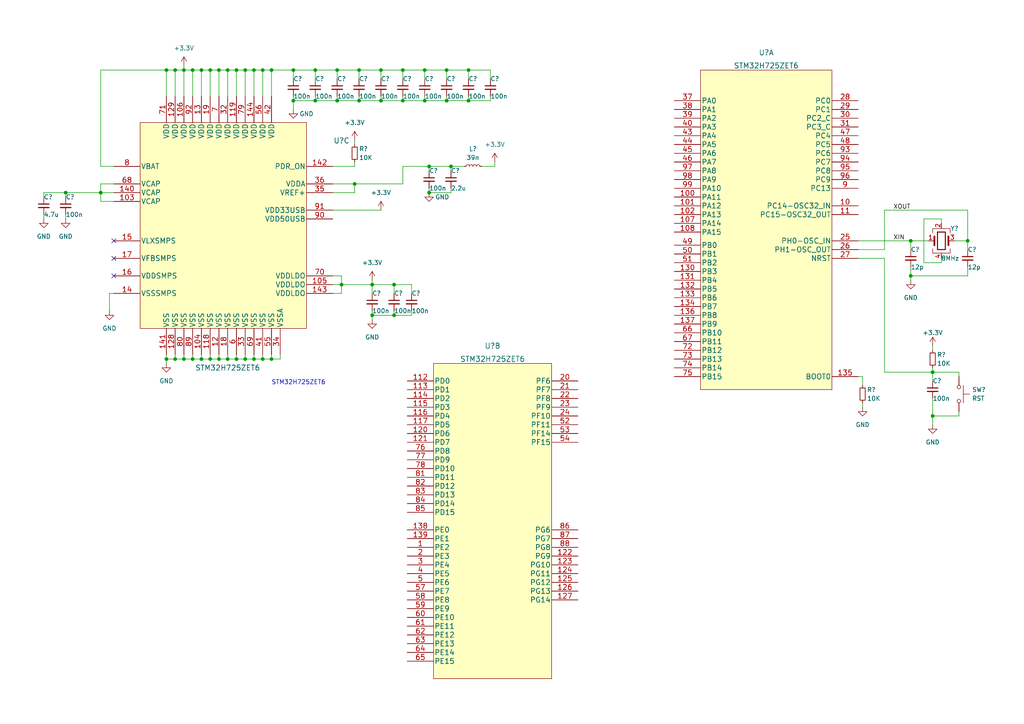
<source format=kicad_sch>
(kicad_sch (version 20211123) (generator eeschema)
  (paper "A4")
  (lib_symbols
    (symbol "Device:C_Small" (pin_numbers hide) (pin_names (offset 0.254) hide)
      (property "Reference" "C" (at 0.254 1.778 0))
      (property "Value" "C_Small" (at 0.254 -2.032 0))
      (symbol "C_Small_0_1"
        (polyline (pts (xy -1.524 -0.508) (xy 1.524 -0.508)) (stroke (width 0.3302)))
        (polyline (pts (xy -1.524 0.508) (xy 1.524 0.508)) (stroke (width 0.3048)))
      )
      (symbol "C_Small_1_1"
        (pin passive line (at 0 2.54 270) (length 2.032) (name "~") (number "1"))
        (pin passive line (at 0 -2.54 90) (length 2.032) (name "~") (number "2"))
      )
    )
    (symbol "Device:Crystal_GND24" (pin_names (offset 1.016) hide)
      (property "Reference" "Y" (at 3.175 5.08 0))
      (property "Value" "Crystal_GND24" (at 3.175 3.175 0))
      (symbol "Crystal_GND24_0_1"
        (rectangle (start -1.143 2.54) (end 1.143 -2.54) (stroke (width 0.3048)))
        (polyline (pts (xy -2.54 0) (xy -2.032 0)))
        (polyline (pts (xy -2.032 -1.27) (xy -2.032 1.27)) (stroke (width 0.508)))
        (polyline (pts (xy 0 -3.81) (xy 0 -3.556)))
        (polyline (pts (xy 0 3.556) (xy 0 3.81)))
        (polyline (pts (xy 2.032 -1.27) (xy 2.032 1.27)) (stroke (width 0.508)))
        (polyline (pts (xy 2.032 0) (xy 2.54 0)))
        (polyline (pts (xy -2.54 -2.286) (xy -2.54 -3.556) (xy 2.54 -3.556) (xy 2.54 -2.286)))
        (polyline (pts (xy -2.54 2.286) (xy -2.54 3.556) (xy 2.54 3.556) (xy 2.54 2.286)))
      )
      (symbol "Crystal_GND24_1_1"
        (pin passive line (at -3.81 0 0) (length 1.27) (name "1") (number "1"))
        (pin passive line (at 0 5.08 270) (length 1.27) (name "2") (number "2"))
        (pin passive line (at 3.81 0 180) (length 1.27) (name "3") (number "3"))
        (pin passive line (at 0 -5.08 90) (length 1.27) (name "4") (number "4"))
      )
    )
    (symbol "Device:L_Small" (pin_numbers hide) (pin_names (offset 0.254) hide)
      (property "Reference" "L" (at 0.762 1.016 0))
      (property "Value" "L_Small" (at 0.762 -1.016 0))
      (symbol "L_Small_0_1"
        (arc (start 0 -2.032) (mid 0.508 -1.524) (end 0 -1.016))
        (arc (start 0 -1.016) (mid 0.508 -0.508) (end 0 0))
        (arc (start 0 0) (mid 0.508 0.508) (end 0 1.016))
        (arc (start 0 1.016) (mid 0.508 1.524) (end 0 2.032))
      )
      (symbol "L_Small_1_1"
        (pin passive line (at 0 2.54 270) (length 0.508) (name "~") (number "1"))
        (pin passive line (at 0 -2.54 90) (length 0.508) (name "~") (number "2"))
      )
    )
    (symbol "Device:R_Small" (pin_numbers hide) (pin_names (offset 0.254) hide)
      (property "Reference" "R" (at 0.762 0.508 0))
      (property "Value" "R_Small" (at 0.762 -1.016 0))
      (symbol "R_Small_0_1"
        (rectangle (start -0.762 1.778) (end 0.762 -1.778) (stroke (width 0.2032)))
      )
      (symbol "R_Small_1_1"
        (pin passive line (at 0 2.54 270) (length 0.762) (name "~") (number "1"))
        (pin passive line (at 0 -2.54 90) (length 0.762) (name "~") (number "2"))
      )
    )
    (symbol "GND_1" (power) (pin_names (offset 0))
      (property "Value" "GND_1" (at 0 -3.81 0))
      (symbol "GND_1_0_1"
        (polyline (pts (xy 0 0) (xy 0 -1.27) (xy 1.27 -1.27) (xy 0 -2.54) (xy -1.27 -1.27) (xy 0 -1.27)))
      )
      (symbol "GND_1_1_1"
        (pin power_in line (at 0 0 270) (length 0) hide (name "GND") (number "1"))
      )
    )
    (symbol "LibraryAudioBoard:STM32H725ZET6" (pin_names (offset 0.254))
      (property "Reference" "U" (at 7.62 17.78 0))
      (property "Value" "STM32H725ZET6" (at -29.21 3.81 0))
      (symbol "STM32H725ZET6_1_1"
        (rectangle (start -17.78 1.27) (end 20.32 -91.44) (fill (type background)))
        (pin bidirectional line (at 27.94 -38.1 180) (length 7.62) (name "PC14-OSC32_IN") (number "10"))
        (pin bidirectional line (at -25.4 -35.56 0) (length 7.62) (name "PA11") (number "100"))
        (pin bidirectional line (at -25.4 -38.1 0) (length 7.62) (name "PA12") (number "101"))
        (pin bidirectional line (at -25.4 -40.64 0) (length 7.62) (name "PA13") (number "102"))
        (pin bidirectional line (at -25.4 -43.18 0) (length 7.62) (name "PA14") (number "107"))
        (pin bidirectional line (at -25.4 -45.72 0) (length 7.62) (name "PA15") (number "108"))
        (pin output line (at 27.94 -40.64 180) (length 7.62) (name "PC15-OSC32_OUT") (number "11"))
        (pin bidirectional line (at -25.4 -57.15 0) (length 7.62) (name "PB3") (number "130"))
        (pin bidirectional line (at -25.4 -59.69 0) (length 7.62) (name "PB4") (number "131"))
        (pin bidirectional line (at -25.4 -62.23 0) (length 7.62) (name "PB5") (number "132"))
        (pin bidirectional line (at -25.4 -64.77 0) (length 7.62) (name "PB6") (number "133"))
        (pin bidirectional line (at -25.4 -67.31 0) (length 7.62) (name "PB7") (number "134"))
        (pin unspecified line (at 27.94 -87.63 180) (length 7.62) (name "BOOT0") (number "135"))
        (pin bidirectional line (at -25.4 -69.85 0) (length 7.62) (name "PB8") (number "136"))
        (pin bidirectional line (at -25.4 -72.39 0) (length 7.62) (name "PB9") (number "137"))
        (pin bidirectional line (at 27.94 -48.26 180) (length 7.62) (name "PH0-OSC_IN") (number "25"))
        (pin output line (at 27.94 -50.8 180) (length 7.62) (name "PH1-OSC_OUT") (number "26"))
        (pin unspecified line (at 27.94 -53.34 180) (length 7.62) (name "NRST") (number "27"))
        (pin bidirectional line (at 27.94 -7.62 180) (length 7.62) (name "PC0") (number "28"))
        (pin bidirectional line (at 27.94 -10.16 180) (length 7.62) (name "PC1") (number "29"))
        (pin bidirectional line (at 27.94 -12.7 180) (length 7.62) (name "PC2_C") (number "30"))
        (pin bidirectional line (at 27.94 -15.24 180) (length 7.62) (name "PC3_C") (number "31"))
        (pin bidirectional line (at -25.4 -7.62 0) (length 7.62) (name "PA0") (number "37"))
        (pin bidirectional line (at -25.4 -10.16 0) (length 7.62) (name "PA1") (number "38"))
        (pin bidirectional line (at -25.4 -12.7 0) (length 7.62) (name "PA2") (number "39"))
        (pin bidirectional line (at -25.4 -15.24 0) (length 7.62) (name "PA3") (number "40"))
        (pin bidirectional line (at -25.4 -17.78 0) (length 7.62) (name "PA4") (number "43"))
        (pin bidirectional line (at -25.4 -20.32 0) (length 7.62) (name "PA5") (number "44"))
        (pin bidirectional line (at -25.4 -22.86 0) (length 7.62) (name "PA6") (number "45"))
        (pin bidirectional line (at -25.4 -25.4 0) (length 7.62) (name "PA7") (number "46"))
        (pin bidirectional line (at 27.94 -17.78 180) (length 7.62) (name "PC4") (number "47"))
        (pin bidirectional line (at 27.94 -20.32 180) (length 7.62) (name "PC5") (number "48"))
        (pin bidirectional line (at -25.4 -49.53 0) (length 7.62) (name "PB0") (number "49"))
        (pin bidirectional line (at -25.4 -52.07 0) (length 7.62) (name "PB1") (number "50"))
        (pin bidirectional line (at -25.4 -54.61 0) (length 7.62) (name "PB2") (number "51"))
        (pin bidirectional line (at -25.4 -74.93 0) (length 7.62) (name "PB10") (number "66"))
        (pin bidirectional line (at -25.4 -77.47 0) (length 7.62) (name "PB11") (number "67"))
        (pin bidirectional line (at -25.4 -80.01 0) (length 7.62) (name "PB12") (number "72"))
        (pin bidirectional line (at -25.4 -82.55 0) (length 7.62) (name "PB13") (number "73"))
        (pin bidirectional line (at -25.4 -85.09 0) (length 7.62) (name "PB14") (number "74"))
        (pin bidirectional line (at -25.4 -87.63 0) (length 7.62) (name "PB15") (number "75"))
        (pin bidirectional line (at 27.94 -33.02 180) (length 7.62) (name "PC13") (number "9"))
        (pin bidirectional line (at 27.94 -22.86 180) (length 7.62) (name "PC6") (number "93"))
        (pin bidirectional line (at 27.94 -25.4 180) (length 7.62) (name "PC7") (number "94"))
        (pin bidirectional line (at 27.94 -27.94 180) (length 7.62) (name "PC8") (number "95"))
        (pin bidirectional line (at 27.94 -30.48 180) (length 7.62) (name "PC9") (number "96"))
        (pin bidirectional line (at -25.4 -27.94 0) (length 7.62) (name "PA8") (number "97"))
        (pin bidirectional line (at -25.4 -30.48 0) (length 7.62) (name "PA9") (number "98"))
        (pin bidirectional line (at -25.4 -33.02 0) (length 7.62) (name "PA10") (number "99"))
      )
      (symbol "STM32H725ZET6_2_1"
        (rectangle (start -17.78 0) (end 16.51 -91.44) (fill (type background)))
        (pin bidirectional line (at -25.4 -53.34 0) (length 7.62) (name "PE2") (number "1"))
        (pin bidirectional line (at -25.4 -5.08 0) (length 7.62) (name "PD0") (number "112"))
        (pin bidirectional line (at -25.4 -7.62 0) (length 7.62) (name "PD1") (number "113"))
        (pin bidirectional line (at -25.4 -10.16 0) (length 7.62) (name "PD2") (number "114"))
        (pin bidirectional line (at -25.4 -12.7 0) (length 7.62) (name "PD3") (number "115"))
        (pin bidirectional line (at -25.4 -15.24 0) (length 7.62) (name "PD4") (number "116"))
        (pin bidirectional line (at -25.4 -17.78 0) (length 7.62) (name "PD5") (number "117"))
        (pin bidirectional line (at -25.4 -20.32 0) (length 7.62) (name "PD6") (number "120"))
        (pin bidirectional line (at -25.4 -22.86 0) (length 7.62) (name "PD7") (number "121"))
        (pin bidirectional line (at 24.13 -55.88 180) (length 7.62) (name "PG9") (number "122"))
        (pin bidirectional line (at 24.13 -58.42 180) (length 7.62) (name "PG10") (number "123"))
        (pin bidirectional line (at 24.13 -60.96 180) (length 7.62) (name "PG11") (number "124"))
        (pin bidirectional line (at 24.13 -63.5 180) (length 7.62) (name "PG12") (number "125"))
        (pin bidirectional line (at 24.13 -66.04 180) (length 7.62) (name "PG13") (number "126"))
        (pin bidirectional line (at 24.13 -68.58 180) (length 7.62) (name "PG14") (number "127"))
        (pin bidirectional line (at -25.4 -48.26 0) (length 7.62) (name "PE0") (number "138"))
        (pin bidirectional line (at -25.4 -50.8 0) (length 7.62) (name "PE1") (number "139"))
        (pin bidirectional line (at -25.4 -55.88 0) (length 7.62) (name "PE3") (number "2"))
        (pin bidirectional line (at 24.13 -5.08 180) (length 7.62) (name "PF6") (number "20"))
        (pin bidirectional line (at 24.13 -7.62 180) (length 7.62) (name "PF7") (number "21"))
        (pin bidirectional line (at 24.13 -10.16 180) (length 7.62) (name "PF8") (number "22"))
        (pin bidirectional line (at 24.13 -12.7 180) (length 7.62) (name "PF9") (number "23"))
        (pin bidirectional line (at 24.13 -15.24 180) (length 7.62) (name "PF10") (number "24"))
        (pin bidirectional line (at -25.4 -58.42 0) (length 7.62) (name "PE4") (number "3"))
        (pin bidirectional line (at -25.4 -60.96 0) (length 7.62) (name "PE5") (number "4"))
        (pin bidirectional line (at -25.4 -63.5 0) (length 7.62) (name "PE6") (number "5"))
        (pin bidirectional line (at 24.13 -17.78 180) (length 7.62) (name "PF11") (number "52"))
        (pin bidirectional line (at 24.13 -20.32 180) (length 7.62) (name "PF14") (number "53"))
        (pin bidirectional line (at 24.13 -22.86 180) (length 7.62) (name "PF15") (number "54"))
        (pin bidirectional line (at -25.4 -66.04 0) (length 7.62) (name "PE7") (number "57"))
        (pin bidirectional line (at -25.4 -68.58 0) (length 7.62) (name "PE8") (number "58"))
        (pin bidirectional line (at -25.4 -71.12 0) (length 7.62) (name "PE9") (number "59"))
        (pin bidirectional line (at -25.4 -73.66 0) (length 7.62) (name "PE10") (number "60"))
        (pin bidirectional line (at -25.4 -76.2 0) (length 7.62) (name "PE11") (number "61"))
        (pin bidirectional line (at -25.4 -78.74 0) (length 7.62) (name "PE12") (number "62"))
        (pin bidirectional line (at -25.4 -81.28 0) (length 7.62) (name "PE13") (number "63"))
        (pin bidirectional line (at -25.4 -83.82 0) (length 7.62) (name "PE14") (number "64"))
        (pin bidirectional line (at -25.4 -86.36 0) (length 7.62) (name "PE15") (number "65"))
        (pin bidirectional line (at -25.4 -25.4 0) (length 7.62) (name "PD8") (number "76"))
        (pin bidirectional line (at -25.4 -27.94 0) (length 7.62) (name "PD9") (number "77"))
        (pin bidirectional line (at -25.4 -30.48 0) (length 7.62) (name "PD10") (number "78"))
        (pin bidirectional line (at -25.4 -33.02 0) (length 7.62) (name "PD11") (number "81"))
        (pin bidirectional line (at -25.4 -35.56 0) (length 7.62) (name "PD12") (number "82"))
        (pin bidirectional line (at -25.4 -38.1 0) (length 7.62) (name "PD13") (number "83"))
        (pin bidirectional line (at -25.4 -40.64 0) (length 7.62) (name "PD14") (number "84"))
        (pin bidirectional line (at -25.4 -43.18 0) (length 7.62) (name "PD15") (number "85"))
        (pin bidirectional line (at 24.13 -48.26 180) (length 7.62) (name "PG6") (number "86"))
        (pin bidirectional line (at 24.13 -50.8 180) (length 7.62) (name "PG7") (number "87"))
        (pin bidirectional line (at 24.13 -53.34 180) (length 7.62) (name "PG8") (number "88"))
      )
      (symbol "STM32H725ZET6_3_1"
        (rectangle (start -25.4 1.27) (end 22.86 -58.42) (fill (type background)))
        (pin unspecified line (at -33.02 -21.59 0) (length 7.62) (name "VCAP") (number "103"))
        (pin power_in line (at -7.62 -66.04 90) (length 7.62) (name "VSS") (number "104"))
        (pin power_in line (at 30.48 -45.72 180) (length 7.62) (name "VDDLDO") (number "105"))
        (pin power_in line (at -12.7 8.89 270) (length 7.62) (name "VDD") (number "106"))
        (pin power_in line (at -5.08 -66.04 90) (length 7.62) (name "VSS") (number "118"))
        (pin power_in line (at 2.54 8.89 270) (length 7.62) (name "VDD") (number "119"))
        (pin power_in line (at -2.54 -66.04 90) (length 7.62) (name "VSS") (number "12"))
        (pin power_in line (at -15.24 -66.04 90) (length 7.62) (name "VSS") (number "128"))
        (pin power_in line (at -15.24 8.89 270) (length 7.62) (name "VDD") (number "129"))
        (pin power_in line (at -7.62 8.89 270) (length 7.62) (name "VDD") (number "13"))
        (pin power_in line (at -33.02 -48.26 0) (length 7.62) (name "VSSSMPS") (number "14"))
        (pin unspecified line (at -33.02 -19.05 0) (length 7.62) (name "VCAP") (number "140"))
        (pin power_in line (at -17.78 -66.04 90) (length 7.62) (name "VSS") (number "141"))
        (pin unspecified line (at 30.48 -11.43 180) (length 7.62) (name "PDR_ON") (number "142"))
        (pin power_in line (at 30.48 -48.26 180) (length 7.62) (name "VDDLDO") (number "143"))
        (pin power_in line (at 7.62 8.89 270) (length 7.62) (name "VDD") (number "144"))
        (pin unspecified line (at -33.02 -33.02 0) (length 7.62) (name "VLXSMPS") (number "15"))
        (pin power_in line (at -33.02 -43.18 0) (length 7.62) (name "VDDSMPS") (number "16"))
        (pin unspecified line (at -33.02 -38.1 0) (length 7.62) (name "VFBSMPS") (number "17"))
        (pin power_in line (at 0 -66.04 90) (length 7.62) (name "VSS") (number "18"))
        (pin power_in line (at -5.08 8.89 270) (length 7.62) (name "VDD") (number "19"))
        (pin power_in line (at 0 8.89 270) (length 7.62) (name "VDD") (number "32"))
        (pin power_in line (at 5.08 -66.04 90) (length 7.62) (name "VSS") (number "33"))
        (pin power_in line (at 15.24 -66.04 90) (length 7.62) (name "VSSA") (number "34"))
        (pin power_in line (at 30.48 -19.05 180) (length 7.62) (name "VREF+") (number "35"))
        (pin power_in line (at 30.48 -16.51 180) (length 7.62) (name "VDDA") (number "36"))
        (pin power_in line (at 10.16 -66.04 90) (length 7.62) (name "VSS") (number "41"))
        (pin power_in line (at 12.7 8.89 270) (length 7.62) (name "VDD") (number "42"))
        (pin power_in line (at 12.7 -66.04 90) (length 7.62) (name "VSS") (number "55"))
        (pin power_in line (at 10.16 8.89 270) (length 7.62) (name "VDD") (number "56"))
        (pin power_in line (at 2.54 -66.04 90) (length 7.62) (name "VSS") (number "6"))
        (pin unspecified line (at -33.02 -16.51 0) (length 7.62) (name "VCAP") (number "68"))
        (pin power_in line (at 7.62 -66.04 90) (length 7.62) (name "VSS") (number "69"))
        (pin power_in line (at -2.54 8.89 270) (length 7.62) (name "VDD") (number "7"))
        (pin power_in line (at 30.48 -43.18 180) (length 7.62) (name "VDDLDO") (number "70"))
        (pin power_in line (at -17.78 8.89 270) (length 7.62) (name "VDD") (number "71"))
        (pin power_in line (at 5.08 8.89 270) (length 7.62) (name "VDD") (number "79"))
        (pin unspecified line (at -33.02 -11.43 0) (length 7.62) (name "VBAT") (number "8"))
        (pin power_in line (at -12.7 -66.04 90) (length 7.62) (name "VSS") (number "80"))
        (pin power_in line (at -10.16 -66.04 90) (length 7.62) (name "VSS") (number "89"))
        (pin power_in line (at 30.48 -26.67 180) (length 7.62) (name "VDD50USB") (number "90"))
        (pin power_in line (at 30.48 -24.13 180) (length 7.62) (name "VDD33USB") (number "91"))
        (pin power_in line (at -10.16 8.89 270) (length 7.62) (name "VDD") (number "92"))
      )
    )
    (symbol "Switch:SW_Push" (pin_numbers hide) (pin_names (offset 1.016) hide)
      (property "Reference" "SW" (at 1.27 2.54 0))
      (property "Value" "SW_Push" (at 0 -1.524 0))
      (symbol "SW_Push_0_1"
        (circle (center -2.032 0) (radius 0.508))
        (polyline (pts (xy 0 1.27) (xy 0 3.048)))
        (polyline (pts (xy 2.54 1.27) (xy -2.54 1.27)))
        (circle (center 2.032 0) (radius 0.508))
        (pin passive line (at -5.08 0 0) (length 2.54) (name "1") (number "1"))
        (pin passive line (at 5.08 0 180) (length 2.54) (name "2") (number "2"))
      )
    )
    (symbol "power:+3.3V" (power) (pin_names (offset 0))
      (property "Value" "+3.3V" (at 0 3.556 0))
      (symbol "+3.3V_0_1"
        (polyline (pts (xy -0.762 1.27) (xy 0 2.54)))
        (polyline (pts (xy 0 0) (xy 0 2.54)))
        (polyline (pts (xy 0 2.54) (xy 0.762 1.27)))
      )
      (symbol "+3.3V_1_1"
        (pin power_in line (at 0 0 90) (length 0) hide (name "+3.3V") (number "1"))
      )
    )
  )
  (junction (at 58.42 104.14))
  (junction (at 53.34 20.32))
  (junction (at 29.21 55.88))
  (junction (at 50.8 20.32))
  (junction (at 91.44 29.21))
  (junction (at 123.19 29.21))
  (junction (at 270.51 120.65))
  (junction (at 66.04 104.14))
  (junction (at 50.8 104.14))
  (junction (at 114.3 91.44))
  (junction (at 68.58 104.14))
  (junction (at 63.5 20.32))
  (junction (at 73.66 104.14))
  (junction (at 135.89 29.21))
  (junction (at 97.79 29.21))
  (junction (at 63.5 104.14))
  (junction (at 116.84 20.32))
  (junction (at 55.88 104.14))
  (junction (at 130.81 48.26))
  (junction (at 107.95 82.55))
  (junction (at 76.2 104.14))
  (junction (at 129.54 20.32))
  (junction (at 78.74 104.14))
  (junction (at 270.51 107.95))
  (junction (at 91.44 20.32))
  (junction (at 66.04 20.32))
  (junction (at 104.14 20.32))
  (junction (at 78.74 20.32))
  (junction (at 19.05 55.88))
  (junction (at 280.67 69.85))
  (junction (at 71.12 104.14))
  (junction (at 55.88 20.32))
  (junction (at 107.95 91.44))
  (junction (at 124.46 48.26))
  (junction (at 60.96 20.32))
  (junction (at 124.46 55.88))
  (junction (at 73.66 20.32))
  (junction (at 116.84 29.21))
  (junction (at 60.96 104.14))
  (junction (at 48.26 20.32))
  (junction (at 53.34 104.14))
  (junction (at 264.16 69.85))
  (junction (at 85.09 20.32))
  (junction (at 97.79 20.32))
  (junction (at 58.42 20.32))
  (junction (at 76.2 20.32))
  (junction (at 135.89 20.32))
  (junction (at 110.49 20.32))
  (junction (at 110.49 29.21))
  (junction (at 99.06 82.55))
  (junction (at 102.87 53.34))
  (junction (at 85.09 29.21))
  (junction (at 104.14 29.21))
  (junction (at 71.12 20.32))
  (junction (at 129.54 29.21))
  (junction (at 68.58 20.32))
  (junction (at 48.26 104.14))
  (junction (at 264.16 80.01))
  (junction (at 123.19 20.32))
  (junction (at 114.3 82.55))
  (no_connect (at 33.02 74.93))
  (no_connect (at 33.02 69.85))
  (no_connect (at 33.02 80.01))
  (wire (pts (xy 270.51 115.57) (xy 270.51 120.65)))
  (wire (pts (xy 104.14 20.32) (xy 104.14 22.86)))
  (wire (pts (xy 58.42 104.14) (xy 60.96 104.14)))
  (wire (pts (xy 250.19 116.84) (xy 250.19 118.11)))
  (wire (pts (xy 71.12 20.32) (xy 71.12 27.94)))
  (wire (pts (xy 123.19 29.21) (xy 129.54 29.21)))
  (wire (pts (xy 116.84 29.21) (xy 123.19 29.21)))
  (wire (pts (xy 99.06 82.55) (xy 107.95 82.55)))
  (wire (pts (xy 264.16 69.85) (xy 269.24 69.85)))
  (wire (pts (xy 76.2 20.32) (xy 76.2 27.94)))
  (wire (pts (xy 85.09 22.86) (xy 85.09 20.32)))
  (wire (pts (xy 73.66 104.14) (xy 76.2 104.14)))
  (wire (pts (xy 96.52 85.09) (xy 99.06 85.09)))
  (wire (pts (xy 116.84 20.32) (xy 123.19 20.32)))
  (wire (pts (xy 96.52 53.34) (xy 102.87 53.34)))
  (wire (pts (xy 273.05 64.77) (xy 273.05 63.5)))
  (wire (pts (xy 96.52 60.96) (xy 110.49 60.96)))
  (wire (pts (xy 66.04 102.87) (xy 66.04 104.14)))
  (wire (pts (xy 33.02 48.26) (xy 29.21 48.26)))
  (wire (pts (xy 270.51 107.95) (xy 270.51 110.49)))
  (wire (pts (xy 107.95 91.44) (xy 114.3 91.44)))
  (wire (pts (xy 143.51 48.26) (xy 139.7 48.26)))
  (wire (pts (xy 130.81 54.61) (xy 130.81 55.88)))
  (wire (pts (xy 280.67 60.96) (xy 280.67 69.85)))
  (wire (pts (xy 256.54 72.39) (xy 256.54 60.96)))
  (wire (pts (xy 96.52 48.26) (xy 102.87 48.26)))
  (wire (pts (xy 114.3 82.55) (xy 107.95 82.55)))
  (wire (pts (xy 107.95 82.55) (xy 107.95 81.28)))
  (wire (pts (xy 53.34 102.87) (xy 53.34 104.14)))
  (wire (pts (xy 60.96 20.32) (xy 60.96 27.94)))
  (wire (pts (xy 116.84 48.26) (xy 124.46 48.26)))
  (wire (pts (xy 280.67 77.47) (xy 280.67 80.01)))
  (wire (pts (xy 33.02 58.42) (xy 29.21 58.42)))
  (wire (pts (xy 68.58 20.32) (xy 71.12 20.32)))
  (wire (pts (xy 96.52 82.55) (xy 99.06 82.55)))
  (wire (pts (xy 276.86 69.85) (xy 280.67 69.85)))
  (wire (pts (xy 29.21 55.88) (xy 33.02 55.88)))
  (wire (pts (xy 250.19 109.22) (xy 248.92 109.22)))
  (wire (pts (xy 142.24 22.86) (xy 142.24 20.32)))
  (wire (pts (xy 110.49 20.32) (xy 116.84 20.32)))
  (wire (pts (xy 71.12 102.87) (xy 71.12 104.14)))
  (wire (pts (xy 85.09 29.21) (xy 85.09 31.75)))
  (wire (pts (xy 60.96 102.87) (xy 60.96 104.14)))
  (wire (pts (xy 85.09 20.32) (xy 78.74 20.32)))
  (wire (pts (xy 97.79 20.32) (xy 97.79 22.86)))
  (wire (pts (xy 270.51 100.33) (xy 270.51 101.6)))
  (wire (pts (xy 142.24 20.32) (xy 135.89 20.32)))
  (wire (pts (xy 66.04 20.32) (xy 66.04 27.94)))
  (wire (pts (xy 104.14 20.32) (xy 110.49 20.32)))
  (wire (pts (xy 119.38 85.09) (xy 119.38 82.55)))
  (wire (pts (xy 53.34 19.05) (xy 53.34 20.32)))
  (wire (pts (xy 124.46 54.61) (xy 124.46 55.88)))
  (wire (pts (xy 135.89 29.21) (xy 142.24 29.21)))
  (wire (pts (xy 12.7 62.23) (xy 12.7 63.5)))
  (wire (pts (xy 116.84 20.32) (xy 116.84 22.86)))
  (wire (pts (xy 119.38 90.17) (xy 119.38 91.44)))
  (wire (pts (xy 97.79 27.94) (xy 97.79 29.21)))
  (wire (pts (xy 135.89 20.32) (xy 129.54 20.32)))
  (wire (pts (xy 248.92 69.85) (xy 264.16 69.85)))
  (wire (pts (xy 123.19 20.32) (xy 123.19 22.86)))
  (wire (pts (xy 135.89 27.94) (xy 135.89 29.21)))
  (wire (pts (xy 63.5 20.32) (xy 66.04 20.32)))
  (wire (pts (xy 264.16 77.47) (xy 264.16 80.01)))
  (wire (pts (xy 130.81 48.26) (xy 134.62 48.26)))
  (wire (pts (xy 114.3 90.17) (xy 114.3 91.44)))
  (wire (pts (xy 97.79 20.32) (xy 104.14 20.32)))
  (wire (pts (xy 12.7 55.88) (xy 19.05 55.88)))
  (wire (pts (xy 102.87 40.64) (xy 102.87 41.91)))
  (wire (pts (xy 256.54 74.93) (xy 256.54 107.95)))
  (wire (pts (xy 273.05 74.93) (xy 273.05 76.2)))
  (wire (pts (xy 104.14 27.94) (xy 104.14 29.21)))
  (wire (pts (xy 66.04 20.32) (xy 68.58 20.32)))
  (wire (pts (xy 29.21 48.26) (xy 29.21 20.32)))
  (wire (pts (xy 107.95 82.55) (xy 107.95 85.09)))
  (wire (pts (xy 48.26 104.14) (xy 48.26 105.41)))
  (wire (pts (xy 68.58 20.32) (xy 68.58 27.94)))
  (wire (pts (xy 91.44 29.21) (xy 97.79 29.21)))
  (wire (pts (xy 116.84 27.94) (xy 116.84 29.21)))
  (wire (pts (xy 63.5 104.14) (xy 66.04 104.14)))
  (wire (pts (xy 135.89 22.86) (xy 135.89 20.32)))
  (wire (pts (xy 116.84 53.34) (xy 116.84 48.26)))
  (wire (pts (xy 123.19 20.32) (xy 129.54 20.32)))
  (wire (pts (xy 267.97 63.5) (xy 267.97 76.2)))
  (wire (pts (xy 76.2 20.32) (xy 78.74 20.32)))
  (wire (pts (xy 19.05 55.88) (xy 29.21 55.88)))
  (wire (pts (xy 273.05 63.5) (xy 267.97 63.5)))
  (wire (pts (xy 58.42 20.32) (xy 60.96 20.32)))
  (wire (pts (xy 55.88 104.14) (xy 58.42 104.14)))
  (wire (pts (xy 124.46 48.26) (xy 130.81 48.26)))
  (wire (pts (xy 29.21 58.42) (xy 29.21 55.88)))
  (wire (pts (xy 142.24 27.94) (xy 142.24 29.21)))
  (wire (pts (xy 60.96 20.32) (xy 63.5 20.32)))
  (wire (pts (xy 248.92 72.39) (xy 256.54 72.39)))
  (wire (pts (xy 129.54 27.94) (xy 129.54 29.21)))
  (wire (pts (xy 85.09 20.32) (xy 91.44 20.32)))
  (wire (pts (xy 104.14 29.21) (xy 110.49 29.21)))
  (wire (pts (xy 71.12 20.32) (xy 73.66 20.32)))
  (wire (pts (xy 58.42 20.32) (xy 58.42 27.94)))
  (wire (pts (xy 264.16 80.01) (xy 280.67 80.01)))
  (wire (pts (xy 256.54 107.95) (xy 270.51 107.95)))
  (wire (pts (xy 143.51 46.99) (xy 143.51 48.26)))
  (wire (pts (xy 267.97 76.2) (xy 273.05 76.2)))
  (wire (pts (xy 278.13 119.38) (xy 278.13 120.65)))
  (wire (pts (xy 48.26 102.87) (xy 48.26 104.14)))
  (wire (pts (xy 99.06 82.55) (xy 99.06 80.01)))
  (wire (pts (xy 50.8 20.32) (xy 53.34 20.32)))
  (wire (pts (xy 68.58 104.14) (xy 71.12 104.14)))
  (wire (pts (xy 102.87 48.26) (xy 102.87 46.99)))
  (wire (pts (xy 81.28 102.87) (xy 81.28 104.14)))
  (wire (pts (xy 110.49 27.94) (xy 110.49 29.21)))
  (wire (pts (xy 129.54 22.86) (xy 129.54 20.32)))
  (wire (pts (xy 114.3 82.55) (xy 114.3 85.09)))
  (wire (pts (xy 91.44 20.32) (xy 97.79 20.32)))
  (wire (pts (xy 107.95 91.44) (xy 107.95 92.71)))
  (wire (pts (xy 19.05 62.23) (xy 19.05 63.5)))
  (wire (pts (xy 50.8 102.87) (xy 50.8 104.14)))
  (wire (pts (xy 110.49 29.21) (xy 116.84 29.21)))
  (wire (pts (xy 114.3 91.44) (xy 119.38 91.44)))
  (wire (pts (xy 48.26 104.14) (xy 50.8 104.14)))
  (wire (pts (xy 91.44 27.94) (xy 91.44 29.21)))
  (wire (pts (xy 270.51 107.95) (xy 270.51 106.68)))
  (wire (pts (xy 50.8 104.14) (xy 53.34 104.14)))
  (wire (pts (xy 29.21 20.32) (xy 48.26 20.32)))
  (wire (pts (xy 264.16 69.85) (xy 264.16 72.39)))
  (wire (pts (xy 129.54 29.21) (xy 135.89 29.21)))
  (wire (pts (xy 53.34 20.32) (xy 55.88 20.32)))
  (wire (pts (xy 60.96 104.14) (xy 63.5 104.14)))
  (wire (pts (xy 55.88 102.87) (xy 55.88 104.14)))
  (wire (pts (xy 48.26 20.32) (xy 48.26 27.94)))
  (wire (pts (xy 130.81 49.53) (xy 130.81 48.26)))
  (wire (pts (xy 270.51 120.65) (xy 278.13 120.65)))
  (wire (pts (xy 19.05 57.15) (xy 19.05 55.88)))
  (wire (pts (xy 264.16 80.01) (xy 264.16 81.28)))
  (wire (pts (xy 124.46 55.88) (xy 130.81 55.88)))
  (wire (pts (xy 85.09 27.94) (xy 85.09 29.21)))
  (wire (pts (xy 119.38 82.55) (xy 114.3 82.55)))
  (wire (pts (xy 73.66 20.32) (xy 73.66 27.94)))
  (wire (pts (xy 12.7 57.15) (xy 12.7 55.88)))
  (wire (pts (xy 91.44 20.32) (xy 91.44 22.86)))
  (wire (pts (xy 278.13 109.22) (xy 278.13 107.95)))
  (wire (pts (xy 73.66 20.32) (xy 76.2 20.32)))
  (wire (pts (xy 76.2 104.14) (xy 78.74 104.14)))
  (wire (pts (xy 250.19 111.76) (xy 250.19 109.22)))
  (wire (pts (xy 110.49 20.32) (xy 110.49 22.86)))
  (wire (pts (xy 55.88 20.32) (xy 58.42 20.32)))
  (wire (pts (xy 270.51 120.65) (xy 270.51 123.19)))
  (wire (pts (xy 256.54 60.96) (xy 280.67 60.96)))
  (wire (pts (xy 63.5 20.32) (xy 63.5 27.94)))
  (wire (pts (xy 270.51 107.95) (xy 278.13 107.95)))
  (wire (pts (xy 63.5 102.87) (xy 63.5 104.14)))
  (wire (pts (xy 78.74 102.87) (xy 78.74 104.14)))
  (wire (pts (xy 99.06 85.09) (xy 99.06 82.55)))
  (wire (pts (xy 50.8 20.32) (xy 50.8 27.94)))
  (wire (pts (xy 53.34 20.32) (xy 53.34 27.94)))
  (wire (pts (xy 123.19 27.94) (xy 123.19 29.21)))
  (wire (pts (xy 66.04 104.14) (xy 68.58 104.14)))
  (wire (pts (xy 58.42 102.87) (xy 58.42 104.14)))
  (wire (pts (xy 78.74 20.32) (xy 78.74 27.94)))
  (wire (pts (xy 85.09 29.21) (xy 91.44 29.21)))
  (wire (pts (xy 48.26 20.32) (xy 50.8 20.32)))
  (wire (pts (xy 71.12 104.14) (xy 73.66 104.14)))
  (wire (pts (xy 29.21 55.88) (xy 29.21 53.34)))
  (wire (pts (xy 31.75 90.17) (xy 31.75 85.09)))
  (wire (pts (xy 280.67 69.85) (xy 280.67 72.39)))
  (wire (pts (xy 76.2 102.87) (xy 76.2 104.14)))
  (wire (pts (xy 31.75 85.09) (xy 33.02 85.09)))
  (wire (pts (xy 53.34 104.14) (xy 55.88 104.14)))
  (wire (pts (xy 73.66 102.87) (xy 73.66 104.14)))
  (wire (pts (xy 78.74 104.14) (xy 81.28 104.14)))
  (wire (pts (xy 68.58 102.87) (xy 68.58 104.14)))
  (wire (pts (xy 96.52 80.01) (xy 99.06 80.01)))
  (wire (pts (xy 96.52 55.88) (xy 102.87 55.88)))
  (wire (pts (xy 124.46 49.53) (xy 124.46 48.26)))
  (wire (pts (xy 248.92 74.93) (xy 256.54 74.93)))
  (wire (pts (xy 55.88 20.32) (xy 55.88 27.94)))
  (wire (pts (xy 102.87 53.34) (xy 116.84 53.34)))
  (wire (pts (xy 102.87 55.88) (xy 102.87 53.34)))
  (wire (pts (xy 107.95 90.17) (xy 107.95 91.44)))
  (wire (pts (xy 29.21 53.34) (xy 33.02 53.34)))
  (wire (pts (xy 104.14 29.21) (xy 97.79 29.21)))
  (text "STM32H725ZET6" (at 78.74 111.76 0) (effects (font (size 1.27 1.27)) (justify left bottom)))
  (label "XOUT" (at 259.08 60.96 0))
  (label "XIN" (at 259.08 69.85 0))
  (symbol (lib_id "Device:C_Small") (at 135.89 25.4 0) (unit 1)
    (property "Reference" "C?" (at 135.89 22.86 0) (effects (justify left)))
    (property "Value" "100n" (at 135.89 27.94 0) (effects (justify left)))
    (property "Footprint" "Capacitor_SMD:C_0603_1608Metric" (effects hide))
  )
  (symbol (lib_id "Device:C_Small") (at 123.19 25.4 0) (unit 1)
    (property "Reference" "C?" (at 123.19 22.86 0) (effects (justify left)))
    (property "Value" "100n" (at 123.19 27.94 0) (effects (justify left)))
    (property "Footprint" "Capacitor_SMD:C_0603_1608Metric" (effects hide))
  )
  (symbol (lib_name "GND_1") (lib_id "power:GND") (at 264.16 81.28 0) (unit 1)
    (property "Reference" "#PWR?" (effects hide))
    (property "Value" "GND" (at 264.16 86.36 0))
  )
  (symbol (lib_id "power:+3.3V") (at 110.49 60.96 0) (unit 1)
    (property "Reference" "#PWR?" (effects hide))
    (property "Value" "+3.3V" (at 110.49 55.88 0))
  )
  (symbol (lib_id "power:+3.3V") (at 53.34 19.05 0) (unit 1)
    (property "Reference" "#PWR?" (effects hide))
    (property "Value" "+3.3V" (at 53.34 13.97 0))
  )
  (symbol (lib_name "GND_1") (lib_id "power:GND") (at 48.26 105.41 0) (unit 1)
    (property "Reference" "#PWR?" (effects hide))
    (property "Value" "GND" (at 48.26 110.49 0))
  )
  (symbol (lib_id "power:+3.3V") (at 107.95 81.28 0) (unit 1)
    (property "Reference" "#PWR?" (effects hide))
    (property "Value" "+3.3V" (at 107.95 76.2 0))
  )
  (symbol (lib_id "Device:C_Small") (at 264.16 74.93 0) (unit 1)
    (property "Reference" "C?" (at 264.16 72.39 0) (effects (justify left)))
    (property "Value" "12p" (at 264.16 77.47 0) (effects (justify left)))
    (property "Footprint" "Capacitor_SMD:C_0603_1608Metric" (effects hide))
  )
  (symbol (lib_id "Device:Crystal_GND24") (at 273.05 69.85 0) (unit 1)
    (property "Reference" "Y?" (at 276.86 66.2686 0))
    (property "Value" "8MHz" (at 275.59 74.93 0))
    (property "Footprint" "Crystal:Crystal_SMD_3225-4Pin_3.2x2.5mm" (effects hide))
  )
  (symbol (lib_id "Device:C_Small") (at 119.38 87.63 0) (unit 1)
    (property "Reference" "C?" (at 119.38 85.09 0) (effects (justify left)))
    (property "Value" "100n" (at 119.38 90.17 0) (effects (justify left)))
    (property "Footprint" "Capacitor_SMD:C_0603_1608Metric" (effects hide))
  )
  (symbol (lib_name "GND_1") (lib_id "power:GND") (at 270.51 123.19 0) (unit 1)
    (property "Reference" "#PWR?" (effects hide))
    (property "Value" "GND" (at 270.51 128.27 0))
  )
  (symbol (lib_id "Device:R_Small") (at 270.51 104.14 0) (unit 1)
    (property "Reference" "R?" (at 271.78 102.87 0) (effects (justify left)))
    (property "Value" "10K" (at 271.78 105.41 0) (effects (justify left)))
    (property "Footprint" "Resistor_SMD:R_0805_2012Metric" (effects hide))
  )
  (symbol (lib_name "GND_1") (lib_id "power:GND") (at 250.19 118.11 0) (unit 1)
    (property "Reference" "#PWR?" (effects hide))
    (property "Value" "GND" (at 250.19 123.19 0))
  )
  (symbol (lib_id "power:+3.3V") (at 270.51 100.33 0) (unit 1)
    (property "Reference" "#PWR?" (effects hide))
    (property "Value" "+3.3V" (at 270.51 96.52 0))
  )
  (symbol (lib_id "Device:C_Small") (at 107.95 87.63 0) (unit 1)
    (property "Reference" "C?" (at 107.95 85.09 0) (effects (justify left)))
    (property "Value" "100n" (at 107.95 90.17 0) (effects (justify left)))
    (property "Footprint" "Capacitor_SMD:C_0603_1608Metric" (effects hide))
  )
  (symbol (lib_id "Device:C_Small") (at 19.05 59.69 0) (unit 1)
    (property "Reference" "C?" (at 19.05 57.15 0) (effects (justify left)))
    (property "Value" "100n" (at 19.05 62.23 0) (effects (justify left)))
    (property "Footprint" "Capacitor_SMD:C_0805_2012Metric" (effects hide))
  )
  (symbol (lib_name "GND_1") (lib_id "power:GND") (at 12.7 63.5 0) (unit 1)
    (property "Reference" "#PWR?" (effects hide))
    (property "Value" "GND" (at 12.7 68.58 0))
  )
  (symbol (lib_name "GND_1") (lib_id "power:GND") (at 85.09 31.75 0) (unit 1)
    (property "Reference" "#PWR?" (effects hide))
    (property "Value" "GND" (at 88.9 33.02 0))
  )
  (symbol (lib_id "LibraryAudioBoard:STM32H725ZET6") (at 66.04 36.83 0) (unit 3)
    (property "Reference" "U?" (at 99.06 40.7948 0) (effects (font (size 1.524 1.524))))
    (property "Value" "STM32H725ZET6" (at 66.04 106.68 0) (effects (font (size 1.524 1.524))))
    (property "Footprint" "Package_QFP:LQFP-144_20x20mm_P0.5mm" (effects hide))
  )
  (symbol (lib_id "Device:C_Small") (at 124.46 52.07 0) (unit 1)
    (property "Reference" "C?" (at 124.46 49.53 0) (effects (justify left)))
    (property "Value" "100n" (at 124.46 54.61 0) (effects (justify left)))
    (property "Footprint" "Capacitor_SMD:C_0603_1608Metric" (effects hide))
  )
  (symbol (lib_id "Device:C_Small") (at 116.84 25.4 0) (unit 1)
    (property "Reference" "C?" (at 116.84 22.86 0) (effects (justify left)))
    (property "Value" "100n" (at 116.84 27.94 0) (effects (justify left)))
    (property "Footprint" "Capacitor_SMD:C_0603_1608Metric" (effects hide))
  )
  (symbol (lib_id "Device:C_Small") (at 130.81 52.07 0) (unit 1)
    (property "Reference" "C?" (at 130.81 49.53 0) (effects (justify left)))
    (property "Value" "2.2u" (at 130.81 54.61 0) (effects (justify left)))
    (property "Footprint" "Capacitor_SMD:C_0603_1608Metric" (effects hide))
  )
  (symbol (lib_name "GND_1") (lib_id "power:GND") (at 19.05 63.5 0) (unit 1)
    (property "Reference" "#PWR?" (effects hide))
    (property "Value" "GND" (at 19.05 68.58 0))
  )
  (symbol (lib_id "Device:C_Small") (at 85.09 25.4 0) (unit 1)
    (property "Reference" "C?" (at 85.09 22.86 0) (effects (justify left)))
    (property "Value" "100n" (at 85.09 27.94 0) (effects (justify left)))
    (property "Footprint" "Capacitor_SMD:C_0603_1608Metric" (effects hide))
  )
  (symbol (lib_id "power:+3.3V") (at 143.51 46.99 0) (unit 1)
    (property "Reference" "#PWR?" (effects hide))
    (property "Value" "+3.3V" (at 143.51 41.91 0))
  )
  (symbol (lib_id "Device:C_Small") (at 104.14 25.4 0) (unit 1)
    (property "Reference" "C?" (at 104.14 22.86 0) (effects (justify left)))
    (property "Value" "100n" (at 104.14 27.94 0) (effects (justify left)))
    (property "Footprint" "Capacitor_SMD:C_0603_1608Metric" (effects hide))
  )
  (symbol (lib_id "LibraryAudioBoard:STM32H725ZET6") (at 220.98 21.59 0) (unit 1)
    (property "Reference" "U?" (at 222.25 15.24 0) (effects (font (size 1.524 1.524))))
    (property "Value" "STM32H725ZET6" (at 222.25 19.05 0) (effects (font (size 1.524 1.524))))
    (property "Footprint" "Package_QFP:LQFP-144_20x20mm_P0.5mm" (effects hide))
  )
  (symbol (lib_name "GND_1") (lib_id "power:GND") (at 31.75 90.17 0) (unit 1)
    (property "Reference" "#PWR?" (effects hide))
    (property "Value" "GND" (at 31.75 95.25 0))
  )
  (symbol (lib_id "Device:C_Small") (at 91.44 25.4 0) (unit 1)
    (property "Reference" "C?" (at 91.44 22.86 0) (effects (justify left)))
    (property "Value" "100n" (at 91.44 27.94 0) (effects (justify left)))
    (property "Footprint" "Capacitor_SMD:C_0603_1608Metric" (effects hide))
  )
  (symbol (lib_id "Switch:SW_Push") (at 278.13 114.3 270) (unit 1)
    (property "Reference" "SW?" (at 281.94 113.0299 90) (effects (justify left)))
    (property "Value" "RST" (at 281.94 115.5699 90) (effects (justify left)))
    (property "Footprint" "Button_Switch_SMD:SW_SPST_B3U-1000P-B" (effects hide))
  )
  (symbol (lib_id "Device:C_Small") (at 110.49 25.4 0) (unit 1)
    (property "Reference" "C?" (at 110.49 22.86 0) (effects (justify left)))
    (property "Value" "100n" (at 110.49 27.94 0) (effects (justify left)))
    (property "Footprint" "Capacitor_SMD:C_0603_1608Metric" (effects hide))
  )
  (symbol (lib_name "GND_1") (lib_id "power:GND") (at 124.46 55.88 0) (unit 1)
    (property "Reference" "#PWR?" (effects hide))
    (property "Value" "GND" (at 128.27 57.15 0))
  )
  (symbol (lib_id "Device:C_Small") (at 12.7 59.69 0) (unit 1)
    (property "Reference" "C?" (at 12.7 57.15 0) (effects (justify left)))
    (property "Value" "4.7u" (at 12.7 62.23 0) (effects (justify left)))
    (property "Footprint" "Capacitor_SMD:C_0805_2012Metric" (effects hide))
  )
  (symbol (lib_id "Device:C_Small") (at 129.54 25.4 0) (unit 1)
    (property "Reference" "C?" (at 129.54 22.86 0) (effects (justify left)))
    (property "Value" "100n" (at 129.54 27.94 0) (effects (justify left)))
    (property "Footprint" "Capacitor_SMD:C_0603_1608Metric" (effects hide))
  )
  (symbol (lib_id "Device:C_Small") (at 97.79 25.4 0) (unit 1)
    (property "Reference" "C?" (at 97.79 22.86 0) (effects (justify left)))
    (property "Value" "100n" (at 97.79 27.94 0) (effects (justify left)))
    (property "Footprint" "Capacitor_SMD:C_0603_1608Metric" (effects hide))
  )
  (symbol (lib_id "Device:C_Small") (at 280.67 74.93 0) (unit 1)
    (property "Reference" "C?" (at 280.67 72.39 0) (effects (justify left)))
    (property "Value" "12p" (at 280.67 77.47 0) (effects (justify left)))
    (property "Footprint" "Capacitor_SMD:C_0603_1608Metric" (effects hide))
  )
  (symbol (lib_id "Device:L_Small") (at 137.16 48.26 90) (unit 1)
    (property "Reference" "L?" (at 137.16 43.18 90))
    (property "Value" "39n" (at 137.16 45.72 90))
    (property "Footprint" "Inductor_SMD:L_0603_1608Metric" (effects hide))
  )
  (symbol (lib_id "Device:R_Small") (at 250.19 114.3 0) (unit 1)
    (property "Reference" "R?" (at 251.46 113.03 0) (effects (justify left)))
    (property "Value" "10K" (at 251.46 115.57 0) (effects (justify left)))
    (property "Footprint" "Resistor_SMD:R_0805_2012Metric" (effects hide))
  )
  (symbol (lib_id "power:+3.3V") (at 102.87 40.64 0) (unit 1)
    (property "Reference" "#PWR?" (effects hide))
    (property "Value" "+3.3V" (at 102.87 35.56 0))
  )
  (symbol (lib_id "LibraryAudioBoard:STM32H725ZET6") (at 143.51 105.41 0) (unit 2)
    (property "Reference" "U?" (at 142.875 100.33 0) (effects (font (size 1.524 1.524))))
    (property "Value" "STM32H725ZET6" (at 142.875 104.14 0) (effects (font (size 1.524 1.524))))
    (property "Footprint" "Package_QFP:LQFP-144_20x20mm_P0.5mm" (effects hide))
  )
  (symbol (lib_id "Device:C_Small") (at 114.3 87.63 0) (unit 1)
    (property "Reference" "C?" (at 114.3 85.09 0) (effects (justify left)))
    (property "Value" "100n" (at 114.3 90.17 0) (effects (justify left)))
    (property "Footprint" "Capacitor_SMD:C_0603_1608Metric" (effects hide))
  )
  (symbol (lib_id "Device:C_Small") (at 142.24 25.4 0) (unit 1)
    (property "Reference" "C?" (at 142.24 22.86 0) (effects (justify left)))
    (property "Value" "100n" (at 142.24 27.94 0) (effects (justify left)))
    (property "Footprint" "Capacitor_SMD:C_0603_1608Metric" (effects hide))
  )
  (symbol (lib_id "Device:R_Small") (at 102.87 44.45 0) (unit 1)
    (property "Reference" "R?" (at 104.14 43.18 0) (effects (justify left)))
    (property "Value" "10K" (at 104.14 45.72 0) (effects (justify left)))
    (property "Footprint" "Resistor_SMD:R_0805_2012Metric" (effects hide))
  )
  (symbol (lib_name "GND_1") (lib_id "power:GND") (at 107.95 92.71 0) (unit 1)
    (property "Reference" "#PWR?" (effects hide))
    (property "Value" "GND" (at 107.95 97.79 0))
  )
  (symbol (lib_id "Device:C_Small") (at 270.51 113.03 0) (unit 1)
    (property "Reference" "C?" (at 270.51 110.49 0) (effects (justify left)))
    (property "Value" "100n" (at 270.51 115.57 0) (effects (justify left)))
    (property "Footprint" "Capacitor_SMD:C_0603_1608Metric" (effects hide))
  )
)
</source>
